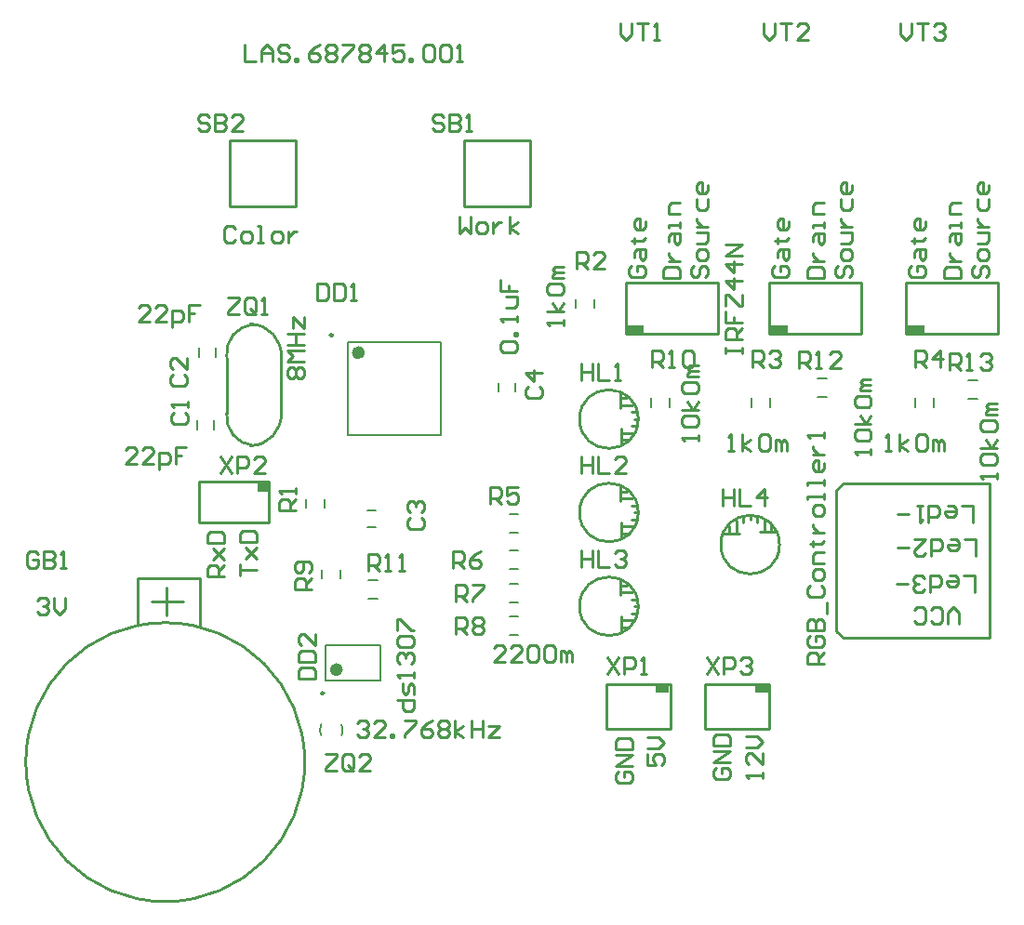
<source format=gto>
G04 Layer_Color=65535*
%FSLAX24Y24*%
%MOIN*%
G70*
G01*
G75*
%ADD28C,0.0100*%
%ADD29C,0.0236*%
%ADD30C,0.0098*%
%ADD31C,0.0079*%
%ADD32R,0.0650X0.0250*%
%ADD33R,0.0450X0.0250*%
%ADD34R,0.0400X0.0350*%
D28*
X27941Y14122D02*
G03*
X27941Y14122I-1051J0D01*
G01*
X8128Y18823D02*
G03*
X9078Y17673I1050J-100D01*
G01*
X8978Y17669D02*
G03*
X10078Y18873I0J1105D01*
G01*
Y20823D02*
G03*
X8978Y22028I-1100J100D01*
G01*
X9078Y22023D02*
G03*
X8128Y20873I100J-1050D01*
G01*
X22879Y11910D02*
G03*
X22879Y11910I-1051J0D01*
G01*
Y15273D02*
G03*
X22879Y15273I-1051J0D01*
G01*
Y18623D02*
G03*
X22879Y18623I-1051J0D01*
G01*
X10928Y6323D02*
G03*
X10928Y6323I-5000J0D01*
G01*
X23628Y23523D02*
X25728D01*
Y21673D02*
Y23523D01*
X22428Y21673D02*
X25728D01*
X22428D02*
Y23523D01*
X23628D01*
X33678D02*
X35778D01*
Y21673D02*
Y23523D01*
X32478Y21673D02*
X35778D01*
X32478D02*
Y23523D01*
X33678D01*
X10609Y26242D02*
Y27423D01*
Y28604D01*
X8247Y26242D02*
X9428D01*
X10609D01*
X8247Y27423D02*
X8247Y28604D01*
X8247Y27423D02*
X8247Y26242D01*
Y28604D02*
X9428D01*
X10609D01*
X16647Y27423D02*
Y28604D01*
Y26242D02*
Y27423D01*
X17828Y28604D02*
X19009D01*
X16647D02*
X17828D01*
X19009Y26242D02*
X19009Y27423D01*
X19009Y28604D02*
X19009Y27423D01*
X17828Y26242D02*
X19009D01*
X16647D02*
X17828D01*
X28778Y23523D02*
X30878D01*
Y21673D02*
Y23523D01*
X27578Y21673D02*
X30878D01*
X27578D02*
Y23523D01*
X28778D01*
X25940Y14522D02*
X26490Y14522D01*
X27240Y14572D02*
X27790D01*
X27640Y14822D02*
X27640Y14572D01*
X27390Y14622D02*
Y15022D01*
X27140Y14922D02*
Y15122D01*
X26890Y15022D02*
Y15173D01*
X26640Y14922D02*
Y15072D01*
X26390Y14972D02*
X26390Y14522D01*
X26140D02*
Y14772D01*
X8128Y18823D02*
Y20823D01*
X10078Y18873D02*
Y20873D01*
X22228Y12310D02*
Y12860D01*
X22278Y11010D02*
Y11560D01*
Y11160D02*
X22528D01*
X22328Y11410D02*
X22728D01*
X22628Y11660D02*
X22828D01*
X22728Y11910D02*
X22879D01*
X22628Y12160D02*
X22778D01*
X22228Y12410D02*
X22678D01*
X22228Y12660D02*
X22478D01*
X22228Y15673D02*
Y16223D01*
X22278Y14373D02*
Y14923D01*
Y14523D02*
X22528D01*
X22328Y14773D02*
X22728D01*
X22628Y15023D02*
X22828D01*
X22728Y15273D02*
X22879D01*
X22628Y15523D02*
X22778D01*
X22228Y15773D02*
X22678D01*
X22228Y16023D02*
X22478D01*
X22228Y19023D02*
Y19573D01*
X22278Y17723D02*
Y18273D01*
Y17873D02*
X22528D01*
X22328Y18123D02*
X22728D01*
X22628Y18373D02*
X22828D01*
X22728Y18623D02*
X22879D01*
X22628Y18873D02*
X22778D01*
X22228Y19123D02*
X22678D01*
X22228Y19373D02*
X22478D01*
X27578Y7523D02*
Y9123D01*
X25278D02*
X27578D01*
X25278Y7523D02*
Y9123D01*
Y7523D02*
X27578D01*
X5978Y11573D02*
Y12573D01*
X5428Y12073D02*
X6578D01*
X7178Y11173D02*
Y12923D01*
X4928D02*
X7178D01*
X4928Y11223D02*
Y12923D01*
X24028Y7523D02*
Y9123D01*
X21728D02*
X24028D01*
X21728Y7523D02*
Y9123D01*
Y7523D02*
X24028D01*
X9628Y14923D02*
Y16373D01*
X7128D02*
X9628D01*
X7128Y14923D02*
Y16373D01*
Y14923D02*
X9628D01*
X29978Y11023D02*
X30228Y10773D01*
X35478D01*
Y16323D01*
X30228D02*
X35478D01*
X29978Y16073D02*
X30228Y16323D01*
X29978Y16023D02*
Y16073D01*
Y11023D02*
Y16023D01*
X6232Y18864D02*
X6132Y18764D01*
Y18565D01*
X6232Y18465D01*
X6632D01*
X6732Y18565D01*
Y18764D01*
X6632Y18864D01*
X6732Y19064D02*
Y19264D01*
Y19164D01*
X6132D01*
X6232Y19064D01*
X6193Y20203D02*
X6093Y20103D01*
Y19903D01*
X6193Y19803D01*
X6593D01*
X6693Y19903D01*
Y20103D01*
X6593Y20203D01*
X6693Y20803D02*
Y20403D01*
X6293Y20803D01*
X6193D01*
X6093Y20703D01*
Y20503D01*
X6193Y20403D01*
X14697Y15085D02*
X14597Y14985D01*
Y14785D01*
X14697Y14685D01*
X15097D01*
X15197Y14785D01*
Y14985D01*
X15097Y15085D01*
X14697Y15285D02*
X14597Y15385D01*
Y15585D01*
X14697Y15685D01*
X14797D01*
X14897Y15585D01*
Y15485D01*
Y15585D01*
X14997Y15685D01*
X15097D01*
X15197Y15585D01*
Y15385D01*
X15097Y15285D01*
X18928Y19773D02*
X18828Y19673D01*
Y19473D01*
X18928Y19373D01*
X19328D01*
X19428Y19473D01*
Y19673D01*
X19328Y19773D01*
X19428Y20273D02*
X18828D01*
X19128Y19973D01*
Y20373D01*
X11378Y23473D02*
Y22873D01*
X11678D01*
X11778Y22973D01*
Y23373D01*
X11678Y23473D01*
X11378D01*
X11978D02*
Y22873D01*
X12278D01*
X12378Y22973D01*
Y23373D01*
X12278Y23473D01*
X11978D01*
X12578Y22873D02*
X12778D01*
X12678D01*
Y23473D01*
X12578Y23373D01*
X10697Y9323D02*
X11297D01*
Y9623D01*
X11197Y9723D01*
X10797D01*
X10697Y9623D01*
Y9323D01*
Y9923D02*
X11297D01*
Y10223D01*
X11197Y10323D01*
X10797D01*
X10697Y10223D01*
Y9923D01*
X11297Y10923D02*
Y10523D01*
X10897Y10923D01*
X10797D01*
X10697Y10823D01*
Y10623D01*
X10797Y10523D01*
X1373Y13778D02*
X1273Y13878D01*
X1073D01*
X973Y13778D01*
Y13378D01*
X1073Y13278D01*
X1273D01*
X1373Y13378D01*
Y13578D01*
X1173D01*
X1573Y13878D02*
Y13278D01*
X1873D01*
X1973Y13378D01*
Y13478D01*
X1873Y13578D01*
X1573D01*
X1873D01*
X1973Y13678D01*
Y13778D01*
X1873Y13878D01*
X1573D01*
X2173Y13278D02*
X2373D01*
X2273D01*
Y13878D01*
X2173Y13778D01*
X20823Y20628D02*
Y20028D01*
Y20328D01*
X21223D01*
Y20628D01*
Y20028D01*
X21423Y20628D02*
Y20028D01*
X21823D01*
X22023D02*
X22222D01*
X22123D01*
Y20628D01*
X22023Y20528D01*
X20823Y17278D02*
Y16678D01*
Y16978D01*
X21223D01*
Y17278D01*
Y16678D01*
X21423Y17278D02*
Y16678D01*
X21823D01*
X22422D02*
X22023D01*
X22422Y17078D01*
Y17178D01*
X22322Y17278D01*
X22123D01*
X22023Y17178D01*
X20823Y13915D02*
Y13315D01*
Y13615D01*
X21223D01*
Y13915D01*
Y13315D01*
X21423Y13915D02*
Y13315D01*
X21823D01*
X22023Y13815D02*
X22123Y13915D01*
X22322D01*
X22422Y13815D01*
Y13715D01*
X22322Y13615D01*
X22222D01*
X22322D01*
X22422Y13515D01*
Y13415D01*
X22322Y13315D01*
X22123D01*
X22023Y13415D01*
X25893Y16126D02*
Y15526D01*
Y15826D01*
X26293D01*
Y16126D01*
Y15526D01*
X26493Y16126D02*
Y15526D01*
X26893D01*
X27392D02*
Y16126D01*
X27093Y15826D01*
X27492D01*
X10599Y15341D02*
X9999D01*
Y15640D01*
X10099Y15740D01*
X10299D01*
X10399Y15640D01*
Y15341D01*
Y15540D02*
X10599Y15740D01*
Y15940D02*
Y16140D01*
Y16040D01*
X9999D01*
X10099Y15940D01*
X20668Y24023D02*
Y24623D01*
X20968D01*
X21068Y24523D01*
Y24323D01*
X20968Y24223D01*
X20668D01*
X20868D02*
X21068Y24023D01*
X21668D02*
X21268D01*
X21668Y24423D01*
Y24523D01*
X21568Y24623D01*
X21368D01*
X21268Y24523D01*
X26968Y20473D02*
Y21073D01*
X27268D01*
X27368Y20973D01*
Y20773D01*
X27268Y20673D01*
X26968D01*
X27168D02*
X27368Y20473D01*
X27568Y20973D02*
X27668Y21073D01*
X27868D01*
X27968Y20973D01*
Y20873D01*
X27868Y20773D01*
X27768D01*
X27868D01*
X27968Y20673D01*
Y20573D01*
X27868Y20473D01*
X27668D01*
X27568Y20573D01*
X32818Y20473D02*
Y21073D01*
X33118D01*
X33218Y20973D01*
Y20773D01*
X33118Y20673D01*
X32818D01*
X33018D02*
X33218Y20473D01*
X33718D02*
Y21073D01*
X33418Y20773D01*
X33818D01*
X17578Y15583D02*
Y16183D01*
X17878D01*
X17978Y16083D01*
Y15883D01*
X17878Y15783D01*
X17578D01*
X17778D02*
X17978Y15583D01*
X18578Y16183D02*
X18178D01*
Y15883D01*
X18378Y15983D01*
X18478D01*
X18578Y15883D01*
Y15683D01*
X18478Y15583D01*
X18278D01*
X18178Y15683D01*
X16228Y13273D02*
Y13873D01*
X16528D01*
X16628Y13773D01*
Y13573D01*
X16528Y13473D01*
X16228D01*
X16428D02*
X16628Y13273D01*
X17228Y13873D02*
X17028Y13773D01*
X16828Y13573D01*
Y13373D01*
X16928Y13273D01*
X17128D01*
X17228Y13373D01*
Y13473D01*
X17128Y13573D01*
X16828D01*
X16328Y12073D02*
Y12673D01*
X16628D01*
X16728Y12573D01*
Y12373D01*
X16628Y12273D01*
X16328D01*
X16528D02*
X16728Y12073D01*
X16928Y12673D02*
X17328D01*
Y12573D01*
X16928Y12173D01*
Y12073D01*
X16328Y10923D02*
Y11523D01*
X16628D01*
X16728Y11423D01*
Y11223D01*
X16628Y11123D01*
X16328D01*
X16528D02*
X16728Y10923D01*
X16928Y11423D02*
X17028Y11523D01*
X17228D01*
X17328Y11423D01*
Y11323D01*
X17228Y11223D01*
X17328Y11123D01*
Y11023D01*
X17228Y10923D01*
X17028D01*
X16928Y11023D01*
Y11123D01*
X17028Y11223D01*
X16928Y11323D01*
Y11423D01*
X17028Y11223D02*
X17228D01*
X23368Y20473D02*
Y21073D01*
X23668D01*
X23768Y20973D01*
Y20773D01*
X23668Y20673D01*
X23368D01*
X23568D02*
X23768Y20473D01*
X23968D02*
X24168D01*
X24068D01*
Y21073D01*
X23968Y20973D01*
X24468D02*
X24568Y21073D01*
X24767D01*
X24867Y20973D01*
Y20573D01*
X24767Y20473D01*
X24568D01*
X24468Y20573D01*
Y20973D01*
X28628Y20465D02*
Y21065D01*
X28928D01*
X29028Y20965D01*
Y20765D01*
X28928Y20665D01*
X28628D01*
X28828D02*
X29028Y20465D01*
X29228D02*
X29428D01*
X29328D01*
Y21065D01*
X29228Y20965D01*
X30127Y20465D02*
X29728D01*
X30127Y20865D01*
Y20965D01*
X30027Y21065D01*
X29828D01*
X29728Y20965D01*
X34028Y20383D02*
Y20983D01*
X34328D01*
X34428Y20883D01*
Y20683D01*
X34328Y20583D01*
X34028D01*
X34228D02*
X34428Y20383D01*
X34628D02*
X34828D01*
X34728D01*
Y20983D01*
X34628Y20883D01*
X35128D02*
X35228Y20983D01*
X35427D01*
X35527Y20883D01*
Y20783D01*
X35427Y20683D01*
X35328D01*
X35427D01*
X35527Y20583D01*
Y20483D01*
X35427Y20383D01*
X35228D01*
X35128Y20483D01*
X29528Y9843D02*
X28928D01*
Y10142D01*
X29028Y10242D01*
X29228D01*
X29328Y10142D01*
Y9843D01*
Y10042D02*
X29528Y10242D01*
X29028Y10842D02*
X28928Y10742D01*
Y10542D01*
X29028Y10442D01*
X29428D01*
X29528Y10542D01*
Y10742D01*
X29428Y10842D01*
X29228D01*
Y10642D01*
X28928Y11042D02*
X29528D01*
Y11342D01*
X29428Y11442D01*
X29328D01*
X29228Y11342D01*
Y11042D01*
Y11342D01*
X29128Y11442D01*
X29028D01*
X28928Y11342D01*
Y11042D01*
X29628Y11642D02*
Y12042D01*
X29028Y12642D02*
X28928Y12542D01*
Y12342D01*
X29028Y12242D01*
X29428D01*
X29528Y12342D01*
Y12542D01*
X29428Y12642D01*
X29528Y12942D02*
Y13141D01*
X29428Y13241D01*
X29228D01*
X29128Y13141D01*
Y12942D01*
X29228Y12842D01*
X29428D01*
X29528Y12942D01*
Y13441D02*
X29128D01*
Y13741D01*
X29228Y13841D01*
X29528D01*
X29028Y14141D02*
X29128D01*
Y14041D01*
Y14241D01*
Y14141D01*
X29428D01*
X29528Y14241D01*
X29128Y14541D02*
X29528D01*
X29328D01*
X29228Y14641D01*
X29128Y14741D01*
Y14841D01*
X29528Y15241D02*
Y15441D01*
X29428Y15541D01*
X29228D01*
X29128Y15441D01*
Y15241D01*
X29228Y15141D01*
X29428D01*
X29528Y15241D01*
Y15741D02*
Y15941D01*
Y15841D01*
X28928D01*
Y15741D01*
X29528Y16240D02*
Y16440D01*
Y16340D01*
X28928D01*
Y16240D01*
X29528Y17040D02*
Y16840D01*
X29428Y16740D01*
X29228D01*
X29128Y16840D01*
Y17040D01*
X29228Y17140D01*
X29328D01*
Y16740D01*
X29128Y17340D02*
X29528D01*
X29328D01*
X29228Y17440D01*
X29128Y17540D01*
Y17640D01*
X29528Y17940D02*
Y18140D01*
Y18040D01*
X28928D01*
X29028Y17940D01*
X15898Y29453D02*
X15798Y29553D01*
X15598D01*
X15498Y29453D01*
Y29353D01*
X15598Y29253D01*
X15798D01*
X15898Y29153D01*
Y29053D01*
X15798Y28953D01*
X15598D01*
X15498Y29053D01*
X16098Y29553D02*
Y28953D01*
X16398D01*
X16498Y29053D01*
Y29153D01*
X16398Y29253D01*
X16098D01*
X16398D01*
X16498Y29353D01*
Y29453D01*
X16398Y29553D01*
X16098D01*
X16698Y28953D02*
X16897D01*
X16798D01*
Y29553D01*
X16698Y29453D01*
X7498D02*
X7398Y29553D01*
X7198D01*
X7098Y29453D01*
Y29353D01*
X7198Y29253D01*
X7398D01*
X7498Y29153D01*
Y29053D01*
X7398Y28953D01*
X7198D01*
X7098Y29053D01*
X7698Y29553D02*
Y28953D01*
X7998D01*
X8098Y29053D01*
Y29153D01*
X7998Y29253D01*
X7698D01*
X7998D01*
X8098Y29353D01*
Y29453D01*
X7998Y29553D01*
X7698D01*
X8697Y28953D02*
X8298D01*
X8697Y29353D01*
Y29453D01*
X8597Y29553D01*
X8398D01*
X8298Y29453D01*
X22233Y32818D02*
Y32418D01*
X22433Y32218D01*
X22633Y32418D01*
Y32818D01*
X22833D02*
X23233D01*
X23033D01*
Y32218D01*
X23433D02*
X23633D01*
X23533D01*
Y32818D01*
X23433Y32718D01*
X27383Y32818D02*
Y32418D01*
X27583Y32218D01*
X27783Y32418D01*
Y32818D01*
X27983D02*
X28383D01*
X28183D01*
Y32218D01*
X28982D02*
X28583D01*
X28982Y32618D01*
Y32718D01*
X28882Y32818D01*
X28683D01*
X28583Y32718D01*
X32283Y32818D02*
Y32418D01*
X32483Y32218D01*
X32683Y32418D01*
Y32818D01*
X32883D02*
X33283D01*
X33083D01*
Y32218D01*
X33483Y32718D02*
X33583Y32818D01*
X33782D01*
X33882Y32718D01*
Y32618D01*
X33782Y32518D01*
X33682D01*
X33782D01*
X33882Y32418D01*
Y32318D01*
X33782Y32218D01*
X33583D01*
X33483Y32318D01*
X21778Y10073D02*
X22178Y9473D01*
Y10073D02*
X21778Y9473D01*
X22378D02*
Y10073D01*
X22678D01*
X22778Y9973D01*
Y9773D01*
X22678Y9673D01*
X22378D01*
X22978Y9473D02*
X23177D01*
X23078D01*
Y10073D01*
X22978Y9973D01*
X7913Y17293D02*
X8313Y16693D01*
Y17293D02*
X7913Y16693D01*
X8513D02*
Y17293D01*
X8813D01*
X8913Y17193D01*
Y16993D01*
X8813Y16893D01*
X8513D01*
X9513Y16693D02*
X9113D01*
X9513Y17093D01*
Y17193D01*
X9413Y17293D01*
X9213D01*
X9113Y17193D01*
X25328Y10073D02*
X25728Y9473D01*
Y10073D02*
X25328Y9473D01*
X25928D02*
Y10073D01*
X26228D01*
X26328Y9973D01*
Y9773D01*
X26228Y9673D01*
X25928D01*
X26528Y9973D02*
X26628Y10073D01*
X26827D01*
X26927Y9973D01*
Y9873D01*
X26827Y9773D01*
X26727D01*
X26827D01*
X26927Y9673D01*
Y9573D01*
X26827Y9473D01*
X26628D01*
X26528Y9573D01*
X8173Y22978D02*
X8573D01*
Y22878D01*
X8173Y22478D01*
Y22378D01*
X8573D01*
X9173Y22478D02*
Y22878D01*
X9073Y22978D01*
X8873D01*
X8773Y22878D01*
Y22478D01*
X8873Y22378D01*
X9073D01*
X8973Y22578D02*
X9173Y22378D01*
X9073D02*
X9173Y22478D01*
X9373Y22378D02*
X9572D01*
X9473D01*
Y22978D01*
X9373Y22878D01*
X11678Y6623D02*
X12078D01*
Y6523D01*
X11678Y6123D01*
Y6023D01*
X12078D01*
X12678Y6123D02*
Y6523D01*
X12578Y6623D01*
X12378D01*
X12278Y6523D01*
Y6123D01*
X12378Y6023D01*
X12578D01*
X12478Y6223D02*
X12678Y6023D01*
X12578D02*
X12678Y6123D01*
X13277Y6023D02*
X12878D01*
X13277Y6423D01*
Y6523D01*
X13177Y6623D01*
X12978D01*
X12878Y6523D01*
X11178Y12523D02*
X10578D01*
Y12823D01*
X10678Y12923D01*
X10878D01*
X10978Y12823D01*
Y12523D01*
Y12723D02*
X11178Y12923D01*
X11078Y13123D02*
X11178Y13223D01*
Y13423D01*
X11078Y13523D01*
X10678D01*
X10578Y13423D01*
Y13223D01*
X10678Y13123D01*
X10778D01*
X10878Y13223D01*
Y13523D01*
X13189Y13189D02*
Y13789D01*
X13489D01*
X13589Y13689D01*
Y13489D01*
X13489Y13389D01*
X13189D01*
X13389D02*
X13589Y13189D01*
X13789D02*
X13989D01*
X13889D01*
Y13789D01*
X13789Y13689D01*
X14289Y13189D02*
X14489D01*
X14389D01*
Y13789D01*
X14289Y13689D01*
X31732Y17480D02*
X31932D01*
X31832D01*
Y18080D01*
X31732Y17980D01*
X32232Y17480D02*
Y18080D01*
Y17680D02*
X32532Y17880D01*
X32232Y17680D02*
X32532Y17480D01*
X33132Y18080D02*
X32932D01*
X32832Y17980D01*
Y17580D01*
X32932Y17480D01*
X33132D01*
X33232Y17580D01*
Y17980D01*
X33132Y18080D01*
X33432Y17480D02*
Y17880D01*
X33532D01*
X33632Y17780D01*
Y17480D01*
Y17780D01*
X33732Y17880D01*
X33832Y17780D01*
Y17480D01*
X35748Y16496D02*
Y16696D01*
Y16596D01*
X35148D01*
X35248Y16496D01*
Y16996D02*
X35148Y17096D01*
Y17296D01*
X35248Y17396D01*
X35648D01*
X35748Y17296D01*
Y17096D01*
X35648Y16996D01*
X35248D01*
X35748Y17596D02*
X35148D01*
X35548D02*
X35348Y17896D01*
X35548Y17596D02*
X35748Y17896D01*
X35148Y18495D02*
Y18295D01*
X35248Y18196D01*
X35648D01*
X35748Y18295D01*
Y18495D01*
X35648Y18595D01*
X35248D01*
X35148Y18495D01*
X35748Y18795D02*
X35348D01*
Y18895D01*
X35448Y18995D01*
X35748D01*
X35448D01*
X35348Y19095D01*
X35448Y19195D01*
X35748D01*
X31220Y17362D02*
Y17562D01*
Y17462D01*
X30621D01*
X30721Y17362D01*
Y17862D02*
X30621Y17962D01*
Y18162D01*
X30721Y18262D01*
X31121D01*
X31220Y18162D01*
Y17962D01*
X31121Y17862D01*
X30721D01*
X31220Y18462D02*
X30621D01*
X31021D02*
X30821Y18762D01*
X31021Y18462D02*
X31220Y18762D01*
X30621Y19362D02*
Y19162D01*
X30721Y19062D01*
X31121D01*
X31220Y19162D01*
Y19362D01*
X31121Y19462D01*
X30721D01*
X30621Y19362D01*
X31220Y19661D02*
X30821D01*
Y19761D01*
X30921Y19861D01*
X31220D01*
X30921D01*
X30821Y19961D01*
X30921Y20061D01*
X31220D01*
X26102Y17480D02*
X26302D01*
X26202D01*
Y18080D01*
X26102Y17980D01*
X26602Y17480D02*
Y18080D01*
Y17680D02*
X26902Y17880D01*
X26602Y17680D02*
X26902Y17480D01*
X27502Y18080D02*
X27302D01*
X27202Y17980D01*
Y17580D01*
X27302Y17480D01*
X27502D01*
X27602Y17580D01*
Y17980D01*
X27502Y18080D01*
X27802Y17480D02*
Y17880D01*
X27902D01*
X28002Y17780D01*
Y17480D01*
Y17780D01*
X28102Y17880D01*
X28202Y17780D01*
Y17480D01*
X25039Y17835D02*
Y18035D01*
Y17935D01*
X24440D01*
X24540Y17835D01*
Y18334D02*
X24440Y18434D01*
Y18634D01*
X24540Y18734D01*
X24939D01*
X25039Y18634D01*
Y18434D01*
X24939Y18334D01*
X24540D01*
X25039Y18934D02*
X24440D01*
X24839D02*
X24639Y19234D01*
X24839Y18934D02*
X25039Y19234D01*
X24440Y19834D02*
Y19634D01*
X24540Y19534D01*
X24939D01*
X25039Y19634D01*
Y19834D01*
X24939Y19934D01*
X24540D01*
X24440Y19834D01*
X25039Y20134D02*
X24639D01*
Y20234D01*
X24739Y20334D01*
X25039D01*
X24739D01*
X24639Y20434D01*
X24739Y20534D01*
X25039D01*
X20197Y21969D02*
Y22168D01*
Y22068D01*
X19597D01*
X19697Y21969D01*
X20197Y22468D02*
X19597D01*
X19997D02*
X19797Y22768D01*
X19997Y22468D02*
X20197Y22768D01*
X19597Y23368D02*
Y23168D01*
X19697Y23068D01*
X20097D01*
X20197Y23168D01*
Y23368D01*
X20097Y23468D01*
X19697D01*
X19597Y23368D01*
X20197Y23668D02*
X19797D01*
Y23768D01*
X19897Y23868D01*
X20197D01*
X19897D01*
X19797Y23968D01*
X19897Y24068D01*
X20197D01*
X12795Y7705D02*
X12895Y7805D01*
X13095D01*
X13195Y7705D01*
Y7605D01*
X13095Y7505D01*
X12995D01*
X13095D01*
X13195Y7405D01*
Y7305D01*
X13095Y7205D01*
X12895D01*
X12795Y7305D01*
X13795Y7205D02*
X13395D01*
X13795Y7605D01*
Y7705D01*
X13695Y7805D01*
X13495D01*
X13395Y7705D01*
X13995Y7205D02*
Y7305D01*
X14095D01*
Y7205D01*
X13995D01*
X14495Y7805D02*
X14895D01*
Y7705D01*
X14495Y7305D01*
Y7205D01*
X15494Y7805D02*
X15294Y7705D01*
X15095Y7505D01*
Y7305D01*
X15194Y7205D01*
X15394D01*
X15494Y7305D01*
Y7405D01*
X15394Y7505D01*
X15095D01*
X15694Y7705D02*
X15794Y7805D01*
X15994D01*
X16094Y7705D01*
Y7605D01*
X15994Y7505D01*
X16094Y7405D01*
Y7305D01*
X15994Y7205D01*
X15794D01*
X15694Y7305D01*
Y7405D01*
X15794Y7505D01*
X15694Y7605D01*
Y7705D01*
X15794Y7505D02*
X15994D01*
X16294Y7205D02*
Y7805D01*
Y7405D02*
X16594Y7605D01*
X16294Y7405D02*
X16594Y7205D01*
X16894Y7805D02*
Y7205D01*
Y7505D01*
X17294D01*
Y7805D01*
Y7205D01*
X17494Y7605D02*
X17894D01*
X17494Y7205D01*
X17894D01*
X18043Y21024D02*
X17944Y21124D01*
Y21324D01*
X18043Y21423D01*
X18443D01*
X18543Y21324D01*
Y21124D01*
X18443Y21024D01*
X18043D01*
X18543Y21623D02*
X18443D01*
Y21723D01*
X18543D01*
Y21623D01*
Y22123D02*
Y22323D01*
Y22223D01*
X17944D01*
X18043Y22123D01*
X18143Y22623D02*
X18443D01*
X18543Y22723D01*
Y23023D01*
X18143D01*
X17944Y23623D02*
Y23223D01*
X18243D01*
Y23423D01*
Y23223D01*
X18543D01*
X10406Y20079D02*
X10306Y20179D01*
Y20379D01*
X10406Y20479D01*
X10506D01*
X10606Y20379D01*
X10706Y20479D01*
X10806D01*
X10906Y20379D01*
Y20179D01*
X10806Y20079D01*
X10706D01*
X10606Y20179D01*
X10506Y20079D01*
X10406D01*
X10606Y20179D02*
Y20379D01*
X10906Y20679D02*
X10306D01*
X10506Y20878D01*
X10306Y21078D01*
X10906D01*
X10306Y21278D02*
X10906D01*
X10606D01*
Y21678D01*
X10306D01*
X10906D01*
X10506Y21878D02*
Y22278D01*
X10906Y21878D01*
Y22278D01*
X5361Y22126D02*
X4961D01*
X5361Y22526D01*
Y22626D01*
X5261Y22726D01*
X5061D01*
X4961Y22626D01*
X5960Y22126D02*
X5560D01*
X5960Y22526D01*
Y22626D01*
X5860Y22726D01*
X5660D01*
X5560Y22626D01*
X6160Y21926D02*
Y22526D01*
X6460D01*
X6560Y22426D01*
Y22226D01*
X6460Y22126D01*
X6160D01*
X7160Y22726D02*
X6760D01*
Y22426D01*
X6960D01*
X6760D01*
Y22126D01*
X4888Y17008D02*
X4488D01*
X4888Y17408D01*
Y17508D01*
X4788Y17608D01*
X4588D01*
X4488Y17508D01*
X5488Y17008D02*
X5088D01*
X5488Y17408D01*
Y17508D01*
X5388Y17608D01*
X5188D01*
X5088Y17508D01*
X5688Y16808D02*
Y17408D01*
X5988D01*
X6088Y17308D01*
Y17108D01*
X5988Y17008D01*
X5688D01*
X6687Y17608D02*
X6288D01*
Y17308D01*
X6488D01*
X6288D01*
Y17008D01*
X18116Y9921D02*
X17717D01*
X18116Y10321D01*
Y10421D01*
X18016Y10521D01*
X17816D01*
X17717Y10421D01*
X18716Y9921D02*
X18316D01*
X18716Y10321D01*
Y10421D01*
X18616Y10521D01*
X18416D01*
X18316Y10421D01*
X18916D02*
X19016Y10521D01*
X19216D01*
X19316Y10421D01*
Y10021D01*
X19216Y9921D01*
X19016D01*
X18916Y10021D01*
Y10421D01*
X19816Y10521D02*
X19616D01*
X19516Y10421D01*
Y10021D01*
X19616Y9921D01*
X19816D01*
X19916Y10021D01*
Y10421D01*
X19816Y10521D01*
X20116Y9921D02*
Y10321D01*
X20216D01*
X20316Y10221D01*
Y9921D01*
Y10221D01*
X20416Y10321D01*
X20516Y10221D01*
Y9921D01*
X8780Y32057D02*
Y31457D01*
X9179D01*
X9379D02*
Y31857D01*
X9579Y32057D01*
X9779Y31857D01*
Y31457D01*
Y31757D01*
X9379D01*
X10379Y31957D02*
X10279Y32057D01*
X10079D01*
X9979Y31957D01*
Y31857D01*
X10079Y31757D01*
X10279D01*
X10379Y31657D01*
Y31557D01*
X10279Y31457D01*
X10079D01*
X9979Y31557D01*
X10579Y31457D02*
Y31557D01*
X10679D01*
Y31457D01*
X10579D01*
X11479Y32057D02*
X11279Y31957D01*
X11079Y31757D01*
Y31557D01*
X11179Y31457D01*
X11379D01*
X11479Y31557D01*
Y31657D01*
X11379Y31757D01*
X11079D01*
X11679Y31957D02*
X11779Y32057D01*
X11978D01*
X12078Y31957D01*
Y31857D01*
X11978Y31757D01*
X12078Y31657D01*
Y31557D01*
X11978Y31457D01*
X11779D01*
X11679Y31557D01*
Y31657D01*
X11779Y31757D01*
X11679Y31857D01*
Y31957D01*
X11779Y31757D02*
X11978D01*
X12278Y32057D02*
X12678D01*
Y31957D01*
X12278Y31557D01*
Y31457D01*
X12878Y31957D02*
X12978Y32057D01*
X13178D01*
X13278Y31957D01*
Y31857D01*
X13178Y31757D01*
X13278Y31657D01*
Y31557D01*
X13178Y31457D01*
X12978D01*
X12878Y31557D01*
Y31657D01*
X12978Y31757D01*
X12878Y31857D01*
Y31957D01*
X12978Y31757D02*
X13178D01*
X13778Y31457D02*
Y32057D01*
X13478Y31757D01*
X13878D01*
X14478Y32057D02*
X14078D01*
Y31757D01*
X14278Y31857D01*
X14378D01*
X14478Y31757D01*
Y31557D01*
X14378Y31457D01*
X14178D01*
X14078Y31557D01*
X14678Y31457D02*
Y31557D01*
X14778D01*
Y31457D01*
X14678D01*
X15177Y31957D02*
X15277Y32057D01*
X15477D01*
X15577Y31957D01*
Y31557D01*
X15477Y31457D01*
X15277D01*
X15177Y31557D01*
Y31957D01*
X15777D02*
X15877Y32057D01*
X16077D01*
X16177Y31957D01*
Y31557D01*
X16077Y31457D01*
X15877D01*
X15777Y31557D01*
Y31957D01*
X16377Y31457D02*
X16577D01*
X16477D01*
Y32057D01*
X16377Y31957D01*
X26014Y20984D02*
Y21184D01*
Y21084D01*
X26614D01*
Y20984D01*
Y21184D01*
Y21484D02*
X26014D01*
Y21784D01*
X26114Y21884D01*
X26314D01*
X26414Y21784D01*
Y21484D01*
Y21684D02*
X26614Y21884D01*
X26014Y22484D02*
Y22084D01*
X26314D01*
Y22284D01*
Y22084D01*
X26614D01*
X26014Y22684D02*
Y23084D01*
X26114D01*
X26514Y22684D01*
X26614D01*
Y23084D01*
Y23583D02*
X26014D01*
X26314Y23284D01*
Y23683D01*
X26614Y24183D02*
X26014D01*
X26314Y23883D01*
Y24283D01*
X26614Y24483D02*
X26014D01*
X26614Y24883D01*
X26014D01*
X8431Y25460D02*
X8331Y25560D01*
X8131D01*
X8031Y25460D01*
Y25061D01*
X8131Y24961D01*
X8331D01*
X8431Y25061D01*
X8731Y24961D02*
X8931D01*
X9031Y25061D01*
Y25261D01*
X8931Y25361D01*
X8731D01*
X8631Y25261D01*
Y25061D01*
X8731Y24961D01*
X9231D02*
X9431D01*
X9331D01*
Y25560D01*
X9231D01*
X9831Y24961D02*
X10031D01*
X10131Y25061D01*
Y25261D01*
X10031Y25361D01*
X9831D01*
X9731Y25261D01*
Y25061D01*
X9831Y24961D01*
X10331Y25361D02*
Y24961D01*
Y25161D01*
X10431Y25261D01*
X10531Y25361D01*
X10631D01*
X16457Y25875D02*
Y25276D01*
X16657Y25476D01*
X16857Y25276D01*
Y25875D01*
X17156Y25276D02*
X17356D01*
X17456Y25376D01*
Y25575D01*
X17356Y25675D01*
X17156D01*
X17056Y25575D01*
Y25376D01*
X17156Y25276D01*
X17656Y25675D02*
Y25276D01*
Y25476D01*
X17756Y25575D01*
X17856Y25675D01*
X17956D01*
X18256Y25276D02*
Y25875D01*
Y25476D02*
X18556Y25675D01*
X18256Y25476D02*
X18556Y25276D01*
X8613Y13032D02*
Y13431D01*
Y13231D01*
X9213D01*
X8813Y13631D02*
X9213Y14031D01*
X9013Y13831D01*
X8813Y14031D01*
X9213Y13631D01*
X8613Y14231D02*
X9213D01*
Y14531D01*
X9113Y14631D01*
X8713D01*
X8613Y14531D01*
Y14231D01*
X8031Y12992D02*
X7432D01*
Y13292D01*
X7532Y13392D01*
X7732D01*
X7832Y13292D01*
Y12992D01*
Y13192D02*
X8031Y13392D01*
X7632Y13592D02*
X8031Y13992D01*
X7832Y13792D01*
X7632Y13992D01*
X8031Y13592D01*
X7432Y14192D02*
X8031D01*
Y14492D01*
X7932Y14592D01*
X7532D01*
X7432Y14492D01*
Y14192D01*
X1339Y12114D02*
X1439Y12214D01*
X1638D01*
X1738Y12114D01*
Y12014D01*
X1638Y11914D01*
X1539D01*
X1638D01*
X1738Y11814D01*
Y11714D01*
X1638Y11614D01*
X1439D01*
X1339Y11714D01*
X1938Y12214D02*
Y11814D01*
X2138Y11614D01*
X2338Y11814D01*
Y12214D01*
X14243Y8549D02*
X14843D01*
Y8250D01*
X14743Y8150D01*
X14543D01*
X14443Y8250D01*
Y8549D01*
X14843Y8749D02*
Y9049D01*
X14743Y9149D01*
X14643Y9049D01*
Y8849D01*
X14543Y8749D01*
X14443Y8849D01*
Y9149D01*
X14843Y9349D02*
Y9549D01*
Y9449D01*
X14243D01*
X14343Y9349D01*
Y9849D02*
X14243Y9949D01*
Y10149D01*
X14343Y10249D01*
X14443D01*
X14543Y10149D01*
Y10049D01*
Y10149D01*
X14643Y10249D01*
X14743D01*
X14843Y10149D01*
Y9949D01*
X14743Y9849D01*
X14343Y10449D02*
X14243Y10549D01*
Y10749D01*
X14343Y10849D01*
X14743D01*
X14843Y10749D01*
Y10549D01*
X14743Y10449D01*
X14343D01*
X14243Y11049D02*
Y11449D01*
X14343D01*
X14743Y11049D01*
X14843D01*
X25681Y6109D02*
X25581Y6009D01*
Y5809D01*
X25681Y5709D01*
X26081D01*
X26181Y5809D01*
Y6009D01*
X26081Y6109D01*
X25881D01*
Y5909D01*
X26181Y6308D02*
X25581D01*
X26181Y6708D01*
X25581D01*
Y6908D02*
X26181D01*
Y7208D01*
X26081Y7308D01*
X25681D01*
X25581Y7208D01*
Y6908D01*
X27323Y5748D02*
Y5948D01*
Y5848D01*
X26723D01*
X26823Y5748D01*
X27323Y6648D02*
Y6248D01*
X26923Y6648D01*
X26823D01*
X26723Y6548D01*
Y6348D01*
X26823Y6248D01*
X26723Y6848D02*
X27123D01*
X27323Y7048D01*
X27123Y7248D01*
X26723D01*
X23219Y6620D02*
Y6220D01*
X23519D01*
X23419Y6420D01*
Y6520D01*
X23519Y6620D01*
X23719D01*
X23819Y6520D01*
Y6320D01*
X23719Y6220D01*
X23219Y6820D02*
X23619D01*
X23819Y7020D01*
X23619Y7220D01*
X23219D01*
X22177Y5990D02*
X22077Y5890D01*
Y5691D01*
X22177Y5591D01*
X22577D01*
X22677Y5691D01*
Y5890D01*
X22577Y5990D01*
X22377D01*
Y5790D01*
X22677Y6190D02*
X22077D01*
X22677Y6590D01*
X22077D01*
Y6790D02*
X22677D01*
Y7090D01*
X22577Y7190D01*
X22177D01*
X22077Y7090D01*
Y6790D01*
X22628Y24123D02*
X22528Y24023D01*
Y23823D01*
X22628Y23723D01*
X23028D01*
X23128Y23823D01*
Y24023D01*
X23028Y24123D01*
X22828D01*
Y23923D01*
X22728Y24423D02*
Y24623D01*
X22828Y24723D01*
X23128D01*
Y24423D01*
X23028Y24323D01*
X22928Y24423D01*
Y24723D01*
X22628Y25023D02*
X22728D01*
Y24923D01*
Y25123D01*
Y25023D01*
X23028D01*
X23128Y25123D01*
Y25723D02*
Y25523D01*
X23028Y25423D01*
X22828D01*
X22728Y25523D01*
Y25723D01*
X22828Y25823D01*
X22928D01*
Y25423D01*
X23778Y23673D02*
X24378D01*
Y23973D01*
X24278Y24073D01*
X23878D01*
X23778Y23973D01*
Y23673D01*
X23978Y24273D02*
X24378D01*
X24178D01*
X24078Y24373D01*
X23978Y24473D01*
Y24573D01*
Y24973D02*
Y25173D01*
X24078Y25273D01*
X24378D01*
Y24973D01*
X24278Y24873D01*
X24178Y24973D01*
Y25273D01*
X24378Y25473D02*
Y25673D01*
Y25573D01*
X23978D01*
Y25473D01*
X24378Y25972D02*
X23978D01*
Y26272D01*
X24078Y26372D01*
X24378D01*
X24878Y24123D02*
X24778Y24023D01*
Y23823D01*
X24878Y23723D01*
X24978D01*
X25078Y23823D01*
Y24023D01*
X25178Y24123D01*
X25278D01*
X25378Y24023D01*
Y23823D01*
X25278Y23723D01*
X25378Y24423D02*
Y24623D01*
X25278Y24723D01*
X25078D01*
X24978Y24623D01*
Y24423D01*
X25078Y24323D01*
X25278D01*
X25378Y24423D01*
X24978Y24923D02*
X25278D01*
X25378Y25023D01*
Y25323D01*
X24978D01*
Y25523D02*
X25378D01*
X25178D01*
X25078Y25623D01*
X24978Y25723D01*
Y25823D01*
Y26522D02*
Y26222D01*
X25078Y26122D01*
X25278D01*
X25378Y26222D01*
Y26522D01*
Y27022D02*
Y26822D01*
X25278Y26722D01*
X25078D01*
X24978Y26822D01*
Y27022D01*
X25078Y27122D01*
X25178D01*
Y26722D01*
X32678Y24123D02*
X32578Y24023D01*
Y23823D01*
X32678Y23723D01*
X33078D01*
X33178Y23823D01*
Y24023D01*
X33078Y24123D01*
X32878D01*
Y23923D01*
X32778Y24423D02*
Y24623D01*
X32878Y24723D01*
X33178D01*
Y24423D01*
X33078Y24323D01*
X32978Y24423D01*
Y24723D01*
X32678Y25023D02*
X32778D01*
Y24923D01*
Y25123D01*
Y25023D01*
X33078D01*
X33178Y25123D01*
Y25723D02*
Y25523D01*
X33078Y25423D01*
X32878D01*
X32778Y25523D01*
Y25723D01*
X32878Y25823D01*
X32978D01*
Y25423D01*
X33828Y23673D02*
X34428D01*
Y23973D01*
X34328Y24073D01*
X33928D01*
X33828Y23973D01*
Y23673D01*
X34028Y24273D02*
X34428D01*
X34228D01*
X34128Y24373D01*
X34028Y24473D01*
Y24573D01*
Y24973D02*
Y25173D01*
X34128Y25273D01*
X34428D01*
Y24973D01*
X34328Y24873D01*
X34228Y24973D01*
Y25273D01*
X34428Y25473D02*
Y25673D01*
Y25573D01*
X34028D01*
Y25473D01*
X34428Y25972D02*
X34028D01*
Y26272D01*
X34128Y26372D01*
X34428D01*
X34928Y24123D02*
X34828Y24023D01*
Y23823D01*
X34928Y23723D01*
X35028D01*
X35128Y23823D01*
Y24023D01*
X35228Y24123D01*
X35328D01*
X35428Y24023D01*
Y23823D01*
X35328Y23723D01*
X35428Y24423D02*
Y24623D01*
X35328Y24723D01*
X35128D01*
X35028Y24623D01*
Y24423D01*
X35128Y24323D01*
X35328D01*
X35428Y24423D01*
X35028Y24923D02*
X35328D01*
X35428Y25023D01*
Y25323D01*
X35028D01*
Y25523D02*
X35428D01*
X35228D01*
X35128Y25623D01*
X35028Y25723D01*
Y25823D01*
Y26522D02*
Y26222D01*
X35128Y26122D01*
X35328D01*
X35428Y26222D01*
Y26522D01*
Y27022D02*
Y26822D01*
X35328Y26722D01*
X35128D01*
X35028Y26822D01*
Y27022D01*
X35128Y27122D01*
X35228D01*
Y26722D01*
X27778Y24123D02*
X27678Y24023D01*
Y23823D01*
X27778Y23723D01*
X28178D01*
X28278Y23823D01*
Y24023D01*
X28178Y24123D01*
X27978D01*
Y23923D01*
X27878Y24423D02*
Y24623D01*
X27978Y24723D01*
X28278D01*
Y24423D01*
X28178Y24323D01*
X28078Y24423D01*
Y24723D01*
X27778Y25023D02*
X27878D01*
Y24923D01*
Y25123D01*
Y25023D01*
X28178D01*
X28278Y25123D01*
Y25723D02*
Y25523D01*
X28178Y25423D01*
X27978D01*
X27878Y25523D01*
Y25723D01*
X27978Y25823D01*
X28078D01*
Y25423D01*
X28928Y23673D02*
X29528D01*
Y23973D01*
X29428Y24073D01*
X29028D01*
X28928Y23973D01*
Y23673D01*
X29128Y24273D02*
X29528D01*
X29328D01*
X29228Y24373D01*
X29128Y24473D01*
Y24573D01*
Y24973D02*
Y25173D01*
X29228Y25273D01*
X29528D01*
Y24973D01*
X29428Y24873D01*
X29328Y24973D01*
Y25273D01*
X29528Y25473D02*
Y25673D01*
Y25573D01*
X29128D01*
Y25473D01*
X29528Y25972D02*
X29128D01*
Y26272D01*
X29228Y26372D01*
X29528D01*
X30028Y24123D02*
X29928Y24023D01*
Y23823D01*
X30028Y23723D01*
X30128D01*
X30228Y23823D01*
Y24023D01*
X30328Y24123D01*
X30428D01*
X30528Y24023D01*
Y23823D01*
X30428Y23723D01*
X30528Y24423D02*
Y24623D01*
X30428Y24723D01*
X30228D01*
X30128Y24623D01*
Y24423D01*
X30228Y24323D01*
X30428D01*
X30528Y24423D01*
X30128Y24923D02*
X30428D01*
X30528Y25023D01*
Y25323D01*
X30128D01*
Y25523D02*
X30528D01*
X30328D01*
X30228Y25623D01*
X30128Y25723D01*
Y25823D01*
Y26522D02*
Y26222D01*
X30228Y26122D01*
X30428D01*
X30528Y26222D01*
Y26522D01*
Y27022D02*
Y26822D01*
X30428Y26722D01*
X30228D01*
X30128Y26822D01*
Y27022D01*
X30228Y27122D01*
X30328D01*
Y26722D01*
X34378Y11273D02*
Y11673D01*
X34178Y11873D01*
X33978Y11673D01*
Y11273D01*
X33378Y11373D02*
X33478Y11273D01*
X33678D01*
X33778Y11373D01*
Y11773D01*
X33678Y11873D01*
X33478D01*
X33378Y11773D01*
X32778Y11373D02*
X32878Y11273D01*
X33078D01*
X33178Y11373D01*
Y11773D01*
X33078Y11873D01*
X32878D01*
X32778Y11773D01*
X34928Y12423D02*
Y13023D01*
X34528D01*
X34028D02*
X34228D01*
X34328Y12923D01*
Y12723D01*
X34228Y12623D01*
X34028D01*
X33928Y12723D01*
Y12823D01*
X34328D01*
X33328Y12423D02*
Y13023D01*
X33628D01*
X33728Y12923D01*
Y12723D01*
X33628Y12623D01*
X33328D01*
X33129Y12523D02*
X33029Y12423D01*
X32829D01*
X32729Y12523D01*
Y12623D01*
X32829Y12723D01*
X32929D01*
X32829D01*
X32729Y12823D01*
Y12923D01*
X32829Y13023D01*
X33029D01*
X33129Y12923D01*
X32529Y12723D02*
X32129D01*
X34978Y13723D02*
Y14323D01*
X34578D01*
X34078D02*
X34278D01*
X34378Y14223D01*
Y14023D01*
X34278Y13923D01*
X34078D01*
X33978Y14023D01*
Y14123D01*
X34378D01*
X33378Y13723D02*
Y14323D01*
X33678D01*
X33778Y14223D01*
Y14023D01*
X33678Y13923D01*
X33378D01*
X32779Y14323D02*
X33179D01*
X32779Y13923D01*
Y13823D01*
X32879Y13723D01*
X33079D01*
X33179Y13823D01*
X32579Y14023D02*
X32179D01*
X34878Y14923D02*
Y15523D01*
X34478D01*
X33978D02*
X34178D01*
X34278Y15423D01*
Y15223D01*
X34178Y15123D01*
X33978D01*
X33878Y15223D01*
Y15323D01*
X34278D01*
X33278Y14923D02*
Y15523D01*
X33578D01*
X33678Y15423D01*
Y15223D01*
X33578Y15123D01*
X33278D01*
X33079Y15523D02*
X32879D01*
X32979D01*
Y14923D01*
X33079Y15023D01*
X32579Y15223D02*
X32179D01*
D29*
X12967Y21003D02*
G03*
X12967Y21003I-118J0D01*
G01*
X12175Y9637D02*
G03*
X12175Y9637I-118J0D01*
G01*
D30*
X11933Y21633D02*
G03*
X11933Y21633I-49J0D01*
G01*
X11612Y8800D02*
G03*
X11612Y8800I-49J0D01*
G01*
D31*
X12246Y7286D02*
G03*
X12236Y7680I-368J188D01*
G01*
X11520Y7680D02*
G03*
X11510Y7286I358J-207D01*
G01*
X23343Y19066D02*
Y19381D01*
X24013Y19066D02*
Y19381D01*
X21313Y22616D02*
Y22931D01*
X20643Y22616D02*
Y22931D01*
X34720Y19339D02*
X35035D01*
X34720Y20008D02*
X35035D01*
X32793Y19066D02*
Y19381D01*
X33463Y19066D02*
Y19381D01*
X29320Y19420D02*
X29635D01*
X29320Y20089D02*
X29635D01*
X26943Y19066D02*
Y19381D01*
X27613Y19066D02*
Y19381D01*
X18270Y15208D02*
X18585D01*
X18270Y14539D02*
X18585D01*
X12455Y18050D02*
X15801Y18050D01*
X12455Y21396D02*
X15801D01*
Y18050D02*
Y21396D01*
X12455Y18050D02*
X12455Y21396D01*
X7083Y18266D02*
Y18581D01*
X7673Y18266D02*
Y18581D01*
X7723Y20866D02*
Y21181D01*
X7133Y20866D02*
Y21181D01*
X11634Y15433D02*
Y15748D01*
X10965Y15433D02*
Y15748D01*
X13170Y15348D02*
X13485D01*
X13170Y14757D02*
X13485D01*
X18473Y19616D02*
Y19931D01*
X17883Y19616D02*
Y19931D01*
X18270Y13908D02*
X18585D01*
X18270Y13239D02*
X18585D01*
X18270Y12708D02*
X18585D01*
X18270Y12039D02*
X18585D01*
X18270Y11558D02*
X18585D01*
X18270Y10889D02*
X18585D01*
X11663Y9243D02*
X13631D01*
X11663Y10503D02*
X13631D01*
X11663Y9243D02*
Y10503D01*
X13631Y9243D02*
Y10503D01*
X12213Y12916D02*
Y13231D01*
X11543Y12916D02*
Y13231D01*
X13220Y12189D02*
X13535D01*
X13220Y12858D02*
X13535D01*
D32*
X22753Y21848D02*
D03*
X32803D02*
D03*
X27903D02*
D03*
D33*
X27303Y8948D02*
D03*
X23753D02*
D03*
D34*
X9428Y16198D02*
D03*
M02*

</source>
